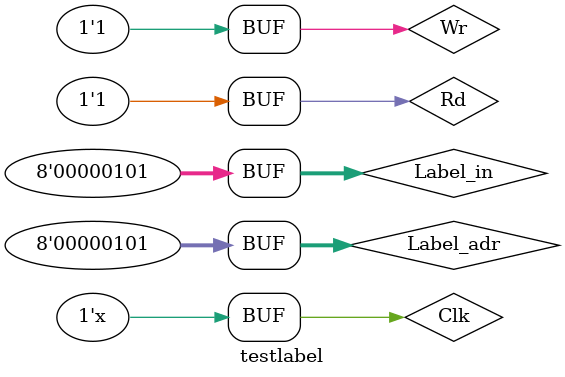
<source format=v>
`timescale 1ns / 1ps


module testlabel;

	// Inputs
	reg Clk;
	reg Wr;
	reg Rd;
	reg [7:0] Label_adr;
	reg [7:0] Label_in;

	// Outputs
	wire Label_out;

	// Instantiate the Unit Under Test (UUT)
	Label_Check uut (
		.Clk(Clk), 
		.Wr(Wr), 
		.Rd(Rd), 
		.Label_adr(Label_adr), 
		.Label_in(Label_in), 
		.Label_out(Label_out)
	);

	initial begin
		// Initialize Inputs
		Clk = 0;
		Wr = 1;
		Rd = 0;
		Label_adr = 5;
		Label_in = 0;

		// Wait 100 ns for global reset to finish
		#100;
        
		// Add stimulus here

	end
			always
	#20.834 Clk = !Clk;
	
	initial
	begin
	#50
	Label_in <= 5;
	Rd <= 1;
	end
      
endmodule


</source>
